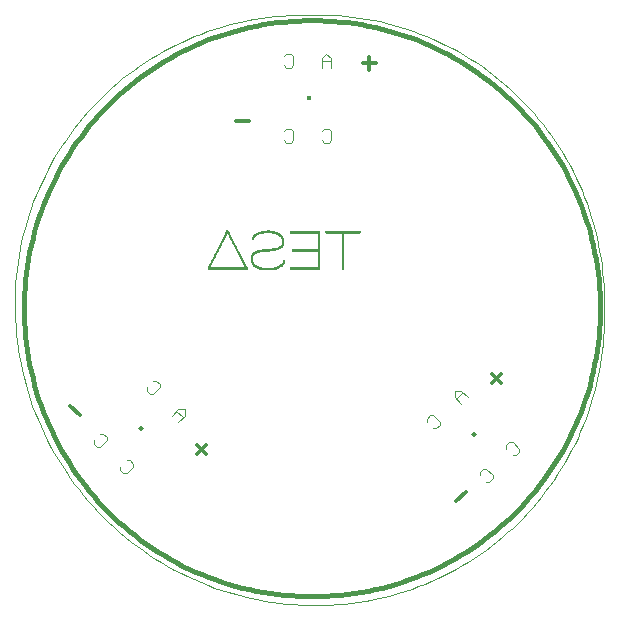
<source format=gbo>
G75*
%MOIN*%
%OFA0B0*%
%FSLAX24Y24*%
%IPPOS*%
%LPD*%
%AMOC8*
5,1,8,0,0,1.08239X$1,22.5*
%
%ADD10C,0.0000*%
%ADD11C,0.0160*%
%ADD12R,0.0290X0.0010*%
%ADD13R,0.0050X0.0010*%
%ADD14R,0.0900X0.0010*%
%ADD15R,0.0410X0.0010*%
%ADD16R,0.1310X0.0010*%
%ADD17R,0.0060X0.0010*%
%ADD18R,0.0950X0.0010*%
%ADD19R,0.0500X0.0010*%
%ADD20R,0.1330X0.0010*%
%ADD21R,0.0070X0.0010*%
%ADD22R,0.0970X0.0010*%
%ADD23R,0.0570X0.0010*%
%ADD24R,0.1350X0.0010*%
%ADD25R,0.0980X0.0010*%
%ADD26R,0.0630X0.0010*%
%ADD27R,0.0330X0.0010*%
%ADD28R,0.0040X0.0010*%
%ADD29R,0.0990X0.0010*%
%ADD30R,0.0250X0.0010*%
%ADD31R,0.0230X0.0010*%
%ADD32R,0.0210X0.0010*%
%ADD33R,0.0200X0.0010*%
%ADD34R,0.0190X0.0010*%
%ADD35R,0.0170X0.0010*%
%ADD36R,0.0080X0.0010*%
%ADD37R,0.0160X0.0010*%
%ADD38R,0.0150X0.0010*%
%ADD39R,0.0140X0.0010*%
%ADD40R,0.0130X0.0010*%
%ADD41R,0.0120X0.0010*%
%ADD42R,0.0110X0.0010*%
%ADD43R,0.0100X0.0010*%
%ADD44R,0.0090X0.0010*%
%ADD45R,0.0020X0.0010*%
%ADD46R,0.0180X0.0010*%
%ADD47R,0.0280X0.0010*%
%ADD48R,0.0940X0.0010*%
%ADD49R,0.0340X0.0010*%
%ADD50R,0.0440X0.0010*%
%ADD51R,0.0530X0.0010*%
%ADD52R,0.0540X0.0010*%
%ADD53R,0.0930X0.0010*%
%ADD54R,0.0450X0.0010*%
%ADD55R,0.0220X0.0010*%
%ADD56R,0.0010X0.0010*%
%ADD57R,0.1150X0.0010*%
%ADD58R,0.1170X0.0010*%
%ADD59R,0.0650X0.0010*%
%ADD60R,0.0610X0.0010*%
%ADD61R,0.1180X0.0010*%
%ADD62R,0.0550X0.0010*%
%ADD63R,0.0480X0.0010*%
%ADD64R,0.0400X0.0010*%
%ADD65C,0.0120*%
%ADD66C,0.0040*%
%ADD67R,0.0157X0.0157*%
%ADD68R,0.0157X0.0157*%
D10*
X000100Y010131D02*
X000100Y010160D01*
X000103Y010392D01*
X000111Y010625D01*
X000125Y010857D01*
X000144Y011088D01*
X000169Y011319D01*
X000200Y011550D01*
X000236Y011779D01*
X000278Y012008D01*
X000325Y012235D01*
X000378Y012462D01*
X000436Y012687D01*
X000500Y012910D01*
X000569Y013132D01*
X000643Y013352D01*
X000723Y013571D01*
X000808Y013787D01*
X000898Y014001D01*
X000993Y014213D01*
X001093Y014423D01*
X001199Y014630D01*
X001309Y014834D01*
X001424Y015036D01*
X001544Y015235D01*
X001669Y015431D01*
X001799Y015624D01*
X001933Y015814D01*
X002072Y016000D01*
X002215Y016183D01*
X002363Y016363D01*
X002515Y016539D01*
X002671Y016711D01*
X002831Y016879D01*
X002995Y017044D01*
X003163Y017204D01*
X003335Y017360D01*
X003511Y017513D01*
X003690Y017660D01*
X003873Y017804D01*
X004059Y017943D01*
X004249Y018077D01*
X004442Y018207D01*
X004638Y018332D01*
X004836Y018453D01*
X005038Y018568D01*
X005242Y018679D01*
X005449Y018784D01*
X005659Y018885D01*
X005871Y018980D01*
X006085Y019071D01*
X006301Y019156D01*
X006519Y019236D01*
X006739Y019310D01*
X006961Y019380D01*
X007185Y019444D01*
X007410Y019502D01*
X007636Y019555D01*
X007863Y019603D01*
X008092Y019645D01*
X008322Y019681D01*
X008552Y019712D01*
X008783Y019738D01*
X009014Y019757D01*
X009246Y019771D01*
X009479Y019780D01*
X009711Y019783D01*
X010170Y019784D01*
X010404Y019782D01*
X010638Y019774D01*
X010871Y019760D01*
X011104Y019741D01*
X011337Y019715D01*
X011569Y019685D01*
X011800Y019648D01*
X012030Y019606D01*
X012259Y019558D01*
X012487Y019505D01*
X012713Y019446D01*
X012938Y019381D01*
X013161Y019311D01*
X013382Y019236D01*
X013602Y019155D01*
X013819Y019069D01*
X014035Y018978D01*
X014248Y018881D01*
X014458Y018779D01*
X014666Y018672D01*
X014872Y018560D01*
X015074Y018443D01*
X015274Y018321D01*
X015470Y018194D01*
X015663Y018062D01*
X015854Y017926D01*
X016040Y017785D01*
X016223Y017639D01*
X016403Y017489D01*
X016579Y017335D01*
X016751Y017177D01*
X016919Y017014D01*
X017083Y016847D01*
X017243Y016676D01*
X017398Y016502D01*
X017549Y016323D01*
X017696Y016141D01*
X017839Y015956D01*
X017977Y015767D01*
X018110Y015574D01*
X018238Y015379D01*
X018362Y015180D01*
X018480Y014978D01*
X018594Y014774D01*
X018702Y014567D01*
X018806Y014357D01*
X018904Y014145D01*
X018997Y013930D01*
X019085Y013713D01*
X019168Y013495D01*
X019245Y013274D01*
X019316Y013051D01*
X019383Y012827D01*
X019443Y012601D01*
X019498Y012373D01*
X019548Y012145D01*
X019592Y011915D01*
X019630Y011684D01*
X019663Y011453D01*
X019689Y011220D01*
X019711Y010987D01*
X019726Y010754D01*
X019736Y010520D01*
X019740Y010286D01*
X019741Y010286D02*
X019743Y009754D01*
X019741Y009521D01*
X019734Y009288D01*
X019721Y009056D01*
X019702Y008823D01*
X019678Y008592D01*
X019648Y008361D01*
X019613Y008131D01*
X019572Y007901D01*
X019525Y007673D01*
X019473Y007446D01*
X019416Y007221D01*
X019353Y006996D01*
X019285Y006774D01*
X019211Y006553D01*
X019132Y006334D01*
X019047Y006117D01*
X018958Y005902D01*
X018863Y005689D01*
X018763Y005479D01*
X018658Y005271D01*
X018548Y005066D01*
X018433Y004863D01*
X018313Y004664D01*
X018189Y004467D01*
X018059Y004273D01*
X017925Y004083D01*
X017787Y003896D01*
X017644Y003712D01*
X017496Y003532D01*
X017344Y003355D01*
X017188Y003182D01*
X017028Y003013D01*
X016864Y002848D01*
X016695Y002687D01*
X016523Y002530D01*
X016348Y002378D01*
X016168Y002229D01*
X015985Y002085D01*
X015799Y001946D01*
X015609Y001811D01*
X015416Y001681D01*
X015220Y001555D01*
X015021Y001434D01*
X014819Y001318D01*
X014614Y001207D01*
X014407Y001101D01*
X014197Y001000D01*
X013985Y000904D01*
X013770Y000814D01*
X013554Y000728D01*
X013335Y000648D01*
X013114Y000573D01*
X012892Y000504D01*
X012668Y000440D01*
X012443Y000381D01*
X012216Y000328D01*
X011988Y000280D01*
X011759Y000238D01*
X011529Y000201D01*
X011299Y000170D01*
X011067Y000145D01*
X010835Y000125D01*
X010603Y000111D01*
X010370Y000103D01*
X010137Y000100D01*
X009891Y000103D01*
X009645Y000112D01*
X009399Y000127D01*
X009154Y000148D01*
X008909Y000175D01*
X008665Y000209D01*
X008422Y000248D01*
X008180Y000293D01*
X007939Y000344D01*
X007699Y000401D01*
X007461Y000463D01*
X007225Y000532D01*
X006990Y000606D01*
X006757Y000686D01*
X006526Y000772D01*
X006297Y000863D01*
X006071Y000960D01*
X005847Y001063D01*
X005626Y001171D01*
X005407Y001284D01*
X005192Y001403D01*
X004979Y001527D01*
X004769Y001656D01*
X004563Y001790D01*
X004360Y001930D01*
X004160Y002074D01*
X003964Y002223D01*
X003772Y002377D01*
X003583Y002535D01*
X003399Y002698D01*
X003218Y002866D01*
X003042Y003038D01*
X002870Y003214D01*
X002702Y003394D01*
X002539Y003579D01*
X002380Y003767D01*
X002227Y003959D01*
X002077Y004155D01*
X001933Y004355D01*
X001794Y004558D01*
X001659Y004764D01*
X001530Y004973D01*
X001406Y005186D01*
X001287Y005402D01*
X001174Y005620D01*
X001066Y005842D01*
X000963Y006065D01*
X000866Y006292D01*
X000774Y006520D01*
X000688Y006751D01*
X000608Y006984D01*
X000534Y007219D01*
X000465Y007455D01*
X000402Y007693D01*
X000345Y007933D01*
X000294Y008174D01*
X000249Y008416D01*
X000209Y008659D01*
X000176Y008903D01*
X000149Y009148D01*
X000128Y009393D01*
X000112Y009639D01*
X000103Y009885D01*
X000100Y010131D01*
D11*
X000405Y010000D02*
X000408Y010236D01*
X000417Y010471D01*
X000431Y010706D01*
X000451Y010941D01*
X000477Y011175D01*
X000509Y011409D01*
X000546Y011641D01*
X000589Y011873D01*
X000638Y012104D01*
X000693Y012333D01*
X000753Y012561D01*
X000818Y012787D01*
X000890Y013012D01*
X000966Y013234D01*
X001048Y013455D01*
X001136Y013674D01*
X001229Y013891D01*
X001327Y014105D01*
X001430Y014317D01*
X001539Y014526D01*
X001652Y014732D01*
X001771Y014936D01*
X001895Y015137D01*
X002023Y015334D01*
X002156Y015528D01*
X002294Y015719D01*
X002437Y015907D01*
X002584Y016091D01*
X002736Y016271D01*
X002892Y016448D01*
X003053Y016620D01*
X003217Y016789D01*
X003386Y016953D01*
X003558Y017114D01*
X003735Y017270D01*
X003915Y017422D01*
X004099Y017569D01*
X004287Y017712D01*
X004478Y017850D01*
X004672Y017983D01*
X004869Y018111D01*
X005070Y018235D01*
X005274Y018354D01*
X005480Y018467D01*
X005689Y018576D01*
X005901Y018679D01*
X006115Y018777D01*
X006332Y018870D01*
X006551Y018958D01*
X006772Y019040D01*
X006994Y019116D01*
X007219Y019188D01*
X007445Y019253D01*
X007673Y019313D01*
X007902Y019368D01*
X008133Y019417D01*
X008365Y019460D01*
X008597Y019497D01*
X008831Y019529D01*
X009065Y019555D01*
X009300Y019575D01*
X009535Y019589D01*
X009770Y019598D01*
X010006Y019601D01*
X010242Y019598D01*
X010477Y019589D01*
X010712Y019575D01*
X010947Y019555D01*
X011181Y019529D01*
X011415Y019497D01*
X011647Y019460D01*
X011879Y019417D01*
X012110Y019368D01*
X012339Y019313D01*
X012567Y019253D01*
X012793Y019188D01*
X013018Y019116D01*
X013240Y019040D01*
X013461Y018958D01*
X013680Y018870D01*
X013897Y018777D01*
X014111Y018679D01*
X014323Y018576D01*
X014532Y018467D01*
X014738Y018354D01*
X014942Y018235D01*
X015143Y018111D01*
X015340Y017983D01*
X015534Y017850D01*
X015725Y017712D01*
X015913Y017569D01*
X016097Y017422D01*
X016277Y017270D01*
X016454Y017114D01*
X016626Y016953D01*
X016795Y016789D01*
X016959Y016620D01*
X017120Y016448D01*
X017276Y016271D01*
X017428Y016091D01*
X017575Y015907D01*
X017718Y015719D01*
X017856Y015528D01*
X017989Y015334D01*
X018117Y015137D01*
X018241Y014936D01*
X018360Y014732D01*
X018473Y014526D01*
X018582Y014317D01*
X018685Y014105D01*
X018783Y013891D01*
X018876Y013674D01*
X018964Y013455D01*
X019046Y013234D01*
X019122Y013012D01*
X019194Y012787D01*
X019259Y012561D01*
X019319Y012333D01*
X019374Y012104D01*
X019423Y011873D01*
X019466Y011641D01*
X019503Y011409D01*
X019535Y011175D01*
X019561Y010941D01*
X019581Y010706D01*
X019595Y010471D01*
X019604Y010236D01*
X019607Y010000D01*
X019604Y009764D01*
X019595Y009529D01*
X019581Y009294D01*
X019561Y009059D01*
X019535Y008825D01*
X019503Y008591D01*
X019466Y008359D01*
X019423Y008127D01*
X019374Y007896D01*
X019319Y007667D01*
X019259Y007439D01*
X019194Y007213D01*
X019122Y006988D01*
X019046Y006766D01*
X018964Y006545D01*
X018876Y006326D01*
X018783Y006109D01*
X018685Y005895D01*
X018582Y005683D01*
X018473Y005474D01*
X018360Y005268D01*
X018241Y005064D01*
X018117Y004863D01*
X017989Y004666D01*
X017856Y004472D01*
X017718Y004281D01*
X017575Y004093D01*
X017428Y003909D01*
X017276Y003729D01*
X017120Y003552D01*
X016959Y003380D01*
X016795Y003211D01*
X016626Y003047D01*
X016454Y002886D01*
X016277Y002730D01*
X016097Y002578D01*
X015913Y002431D01*
X015725Y002288D01*
X015534Y002150D01*
X015340Y002017D01*
X015143Y001889D01*
X014942Y001765D01*
X014738Y001646D01*
X014532Y001533D01*
X014323Y001424D01*
X014111Y001321D01*
X013897Y001223D01*
X013680Y001130D01*
X013461Y001042D01*
X013240Y000960D01*
X013018Y000884D01*
X012793Y000812D01*
X012567Y000747D01*
X012339Y000687D01*
X012110Y000632D01*
X011879Y000583D01*
X011647Y000540D01*
X011415Y000503D01*
X011181Y000471D01*
X010947Y000445D01*
X010712Y000425D01*
X010477Y000411D01*
X010242Y000402D01*
X010006Y000399D01*
X009770Y000402D01*
X009535Y000411D01*
X009300Y000425D01*
X009065Y000445D01*
X008831Y000471D01*
X008597Y000503D01*
X008365Y000540D01*
X008133Y000583D01*
X007902Y000632D01*
X007673Y000687D01*
X007445Y000747D01*
X007219Y000812D01*
X006994Y000884D01*
X006772Y000960D01*
X006551Y001042D01*
X006332Y001130D01*
X006115Y001223D01*
X005901Y001321D01*
X005689Y001424D01*
X005480Y001533D01*
X005274Y001646D01*
X005070Y001765D01*
X004869Y001889D01*
X004672Y002017D01*
X004478Y002150D01*
X004287Y002288D01*
X004099Y002431D01*
X003915Y002578D01*
X003735Y002730D01*
X003558Y002886D01*
X003386Y003047D01*
X003217Y003211D01*
X003053Y003380D01*
X002892Y003552D01*
X002736Y003729D01*
X002584Y003909D01*
X002437Y004093D01*
X002294Y004281D01*
X002156Y004472D01*
X002023Y004666D01*
X001895Y004863D01*
X001771Y005064D01*
X001652Y005268D01*
X001539Y005474D01*
X001430Y005683D01*
X001327Y005895D01*
X001229Y006109D01*
X001136Y006326D01*
X001048Y006545D01*
X000966Y006766D01*
X000890Y006988D01*
X000818Y007213D01*
X000753Y007439D01*
X000693Y007667D01*
X000638Y007896D01*
X000589Y008127D01*
X000546Y008359D01*
X000509Y008591D01*
X000477Y008825D01*
X000451Y009059D01*
X000431Y009294D01*
X000417Y009529D01*
X000408Y009764D01*
X000405Y010000D01*
D12*
X008346Y011310D03*
X008346Y011310D03*
X008346Y011310D03*
X008346Y011310D03*
X008536Y011260D03*
X008536Y011260D03*
X008536Y011260D03*
X008536Y011260D03*
X008546Y012550D03*
X008546Y012550D03*
X008546Y012550D03*
X008546Y012550D03*
D13*
X008036Y012270D03*
X008036Y012270D03*
X008036Y012270D03*
X008036Y012270D03*
X009086Y011570D03*
X009086Y011570D03*
X009086Y011570D03*
X009086Y011570D03*
X011056Y011270D03*
X011056Y011270D03*
X011056Y011270D03*
X011056Y011270D03*
D14*
X009771Y011270D03*
X009771Y011270D03*
X009771Y011270D03*
X009771Y011270D03*
D15*
X008536Y011270D03*
X008536Y011270D03*
X008536Y011270D03*
X008536Y011270D03*
D16*
X007196Y011270D03*
X007196Y011270D03*
X007196Y011270D03*
X007196Y011270D03*
D17*
X008001Y011660D03*
X008001Y011660D03*
X008001Y011660D03*
X008001Y011660D03*
X008041Y012280D03*
X008041Y012280D03*
X008041Y012280D03*
X008041Y012280D03*
X008041Y012290D03*
X008041Y012290D03*
X008041Y012290D03*
X008041Y012290D03*
X007191Y012560D03*
X007191Y012560D03*
X007191Y012560D03*
X007191Y012560D03*
X009081Y011560D03*
X009081Y011560D03*
X009081Y011560D03*
X009081Y011560D03*
X010241Y012480D03*
X010241Y012480D03*
X010241Y012480D03*
X010241Y012480D03*
X011051Y011280D03*
X011051Y011280D03*
X011051Y011280D03*
X011051Y011280D03*
D18*
X009776Y011280D03*
X009776Y011280D03*
X009776Y011280D03*
X009776Y011280D03*
X009806Y011890D03*
X009806Y011890D03*
X009806Y011890D03*
X009806Y011890D03*
X009806Y011900D03*
X009806Y011900D03*
X009806Y011900D03*
X009806Y011900D03*
X009806Y011910D03*
X009806Y011910D03*
X009806Y011910D03*
X009806Y011910D03*
X009776Y012540D03*
X009776Y012540D03*
X009776Y012540D03*
X009776Y012540D03*
D19*
X008601Y011930D03*
X008601Y011930D03*
X008601Y011930D03*
X008601Y011930D03*
X008451Y011900D03*
X008451Y011900D03*
X008451Y011900D03*
X008451Y011900D03*
X008541Y011280D03*
X008541Y011280D03*
X008541Y011280D03*
X008541Y011280D03*
D20*
X007196Y011280D03*
X007196Y011280D03*
X007196Y011280D03*
X007196Y011280D03*
X007196Y011320D03*
X007196Y011320D03*
X007196Y011320D03*
X007196Y011320D03*
X007196Y011330D03*
X007196Y011330D03*
X007196Y011330D03*
X007196Y011330D03*
D21*
X006706Y011590D03*
X006706Y011590D03*
X006706Y011590D03*
X006706Y011590D03*
X006916Y012000D03*
X006916Y012000D03*
X006916Y012000D03*
X006916Y012000D03*
X007276Y012380D03*
X007276Y012380D03*
X007276Y012380D03*
X007276Y012380D03*
X007196Y012550D03*
X007196Y012550D03*
X007196Y012550D03*
X007196Y012550D03*
X008046Y012310D03*
X008046Y012310D03*
X008046Y012310D03*
X008046Y012310D03*
X008046Y012300D03*
X008046Y012300D03*
X008046Y012300D03*
X008046Y012300D03*
X008056Y012320D03*
X008056Y012320D03*
X008056Y012320D03*
X008056Y012320D03*
X008056Y012330D03*
X008056Y012330D03*
X008056Y012330D03*
X008056Y012330D03*
X008066Y012350D03*
X008066Y012350D03*
X008066Y012350D03*
X008066Y012350D03*
X008076Y012360D03*
X008076Y012360D03*
X008076Y012360D03*
X008076Y012360D03*
X008546Y012560D03*
X008546Y012560D03*
X008546Y012560D03*
X008546Y012560D03*
X009046Y012270D03*
X009046Y012270D03*
X009046Y012270D03*
X009046Y012270D03*
X009046Y012260D03*
X009046Y012260D03*
X009046Y012260D03*
X009046Y012260D03*
X009056Y012240D03*
X009056Y012240D03*
X009056Y012240D03*
X009056Y012240D03*
X009056Y012230D03*
X009056Y012230D03*
X009056Y012230D03*
X009056Y012230D03*
X009056Y012220D03*
X009056Y012220D03*
X009056Y012220D03*
X009056Y012220D03*
X009056Y012210D03*
X009056Y012210D03*
X009056Y012210D03*
X009056Y012210D03*
X009056Y012200D03*
X009056Y012200D03*
X009056Y012200D03*
X009056Y012200D03*
X009056Y012190D03*
X009056Y012190D03*
X009056Y012190D03*
X009056Y012190D03*
X009056Y012180D03*
X009056Y012180D03*
X009056Y012180D03*
X009056Y012180D03*
X009056Y012170D03*
X009056Y012170D03*
X009056Y012170D03*
X009056Y012170D03*
X009046Y012160D03*
X009046Y012160D03*
X009046Y012160D03*
X009046Y012160D03*
X009046Y012150D03*
X009046Y012150D03*
X009046Y012150D03*
X009046Y012150D03*
X009046Y012140D03*
X009046Y012140D03*
X009046Y012140D03*
X009046Y012140D03*
X009046Y012130D03*
X009046Y012130D03*
X009046Y012130D03*
X009046Y012130D03*
X009036Y012110D03*
X009036Y012110D03*
X009036Y012110D03*
X009036Y012110D03*
X009086Y011550D03*
X009086Y011550D03*
X009086Y011550D03*
X009086Y011550D03*
X009076Y011540D03*
X009076Y011540D03*
X009076Y011540D03*
X009076Y011540D03*
X009076Y011530D03*
X009076Y011530D03*
X009076Y011530D03*
X009076Y011530D03*
X009076Y011520D03*
X009076Y011520D03*
X009076Y011520D03*
X009076Y011520D03*
X009066Y011510D03*
X009066Y011510D03*
X009066Y011510D03*
X009066Y011510D03*
X008026Y011500D03*
X008026Y011500D03*
X008026Y011500D03*
X008026Y011500D03*
X008016Y011520D03*
X008016Y011520D03*
X008016Y011520D03*
X008016Y011520D03*
X008016Y011530D03*
X008016Y011530D03*
X008016Y011530D03*
X008016Y011530D03*
X008006Y011550D03*
X008006Y011550D03*
X008006Y011550D03*
X008006Y011550D03*
X008006Y011560D03*
X008006Y011560D03*
X008006Y011560D03*
X008006Y011560D03*
X008006Y011570D03*
X008006Y011570D03*
X008006Y011570D03*
X008006Y011570D03*
X007996Y011580D03*
X007996Y011580D03*
X007996Y011580D03*
X007996Y011580D03*
X007996Y011590D03*
X007996Y011590D03*
X007996Y011590D03*
X007996Y011590D03*
X007996Y011600D03*
X007996Y011600D03*
X007996Y011600D03*
X007996Y011600D03*
X007996Y011610D03*
X007996Y011610D03*
X007996Y011610D03*
X007996Y011610D03*
X007996Y011620D03*
X007996Y011620D03*
X007996Y011620D03*
X007996Y011620D03*
X007996Y011630D03*
X007996Y011630D03*
X007996Y011630D03*
X007996Y011630D03*
X007996Y011640D03*
X007996Y011640D03*
X007996Y011640D03*
X007996Y011640D03*
X007996Y011650D03*
X007996Y011650D03*
X007996Y011650D03*
X007996Y011650D03*
X008006Y011680D03*
X008006Y011680D03*
X008006Y011680D03*
X008006Y011680D03*
X008006Y011690D03*
X008006Y011690D03*
X008006Y011690D03*
X008006Y011690D03*
X008006Y011700D03*
X008006Y011700D03*
X008006Y011700D03*
X008006Y011700D03*
X008016Y011720D03*
X008016Y011720D03*
X008016Y011720D03*
X008016Y011720D03*
X010246Y011720D03*
X010246Y011720D03*
X010246Y011720D03*
X010246Y011720D03*
X010246Y011730D03*
X010246Y011730D03*
X010246Y011730D03*
X010246Y011730D03*
X010246Y011740D03*
X010246Y011740D03*
X010246Y011740D03*
X010246Y011740D03*
X010246Y011750D03*
X010246Y011750D03*
X010246Y011750D03*
X010246Y011750D03*
X010246Y011760D03*
X010246Y011760D03*
X010246Y011760D03*
X010246Y011760D03*
X010246Y011770D03*
X010246Y011770D03*
X010246Y011770D03*
X010246Y011770D03*
X010246Y011780D03*
X010246Y011780D03*
X010246Y011780D03*
X010246Y011780D03*
X010246Y011790D03*
X010246Y011790D03*
X010246Y011790D03*
X010246Y011790D03*
X010246Y011800D03*
X010246Y011800D03*
X010246Y011800D03*
X010246Y011800D03*
X010246Y011810D03*
X010246Y011810D03*
X010246Y011810D03*
X010246Y011810D03*
X010246Y011820D03*
X010246Y011820D03*
X010246Y011820D03*
X010246Y011820D03*
X010246Y011830D03*
X010246Y011830D03*
X010246Y011830D03*
X010246Y011830D03*
X010246Y011840D03*
X010246Y011840D03*
X010246Y011840D03*
X010246Y011840D03*
X010246Y011850D03*
X010246Y011850D03*
X010246Y011850D03*
X010246Y011850D03*
X010246Y011860D03*
X010246Y011860D03*
X010246Y011860D03*
X010246Y011860D03*
X010246Y011870D03*
X010246Y011870D03*
X010246Y011870D03*
X010246Y011870D03*
X010246Y011940D03*
X010246Y011940D03*
X010246Y011940D03*
X010246Y011940D03*
X010246Y011950D03*
X010246Y011950D03*
X010246Y011950D03*
X010246Y011950D03*
X010246Y011960D03*
X010246Y011960D03*
X010246Y011960D03*
X010246Y011960D03*
X010246Y011970D03*
X010246Y011970D03*
X010246Y011970D03*
X010246Y011970D03*
X010246Y011980D03*
X010246Y011980D03*
X010246Y011980D03*
X010246Y011980D03*
X010246Y011990D03*
X010246Y011990D03*
X010246Y011990D03*
X010246Y011990D03*
X010246Y012000D03*
X010246Y012000D03*
X010246Y012000D03*
X010246Y012000D03*
X010246Y012010D03*
X010246Y012010D03*
X010246Y012010D03*
X010246Y012010D03*
X010246Y012020D03*
X010246Y012020D03*
X010246Y012020D03*
X010246Y012020D03*
X010246Y012030D03*
X010246Y012030D03*
X010246Y012030D03*
X010246Y012030D03*
X010246Y012040D03*
X010246Y012040D03*
X010246Y012040D03*
X010246Y012040D03*
X010246Y012050D03*
X010246Y012050D03*
X010246Y012050D03*
X010246Y012050D03*
X010246Y012060D03*
X010246Y012060D03*
X010246Y012060D03*
X010246Y012060D03*
X010246Y012070D03*
X010246Y012070D03*
X010246Y012070D03*
X010246Y012070D03*
X010246Y012080D03*
X010246Y012080D03*
X010246Y012080D03*
X010246Y012080D03*
X010246Y012090D03*
X010246Y012090D03*
X010246Y012090D03*
X010246Y012090D03*
X010246Y012100D03*
X010246Y012100D03*
X010246Y012100D03*
X010246Y012100D03*
X010246Y012110D03*
X010246Y012110D03*
X010246Y012110D03*
X010246Y012110D03*
X010246Y012120D03*
X010246Y012120D03*
X010246Y012120D03*
X010246Y012120D03*
X010246Y012130D03*
X010246Y012130D03*
X010246Y012130D03*
X010246Y012130D03*
X010246Y012140D03*
X010246Y012140D03*
X010246Y012140D03*
X010246Y012140D03*
X010246Y012150D03*
X010246Y012150D03*
X010246Y012150D03*
X010246Y012150D03*
X010246Y012160D03*
X010246Y012160D03*
X010246Y012160D03*
X010246Y012160D03*
X010246Y012170D03*
X010246Y012170D03*
X010246Y012170D03*
X010246Y012170D03*
X010246Y012180D03*
X010246Y012180D03*
X010246Y012180D03*
X010246Y012180D03*
X010246Y012190D03*
X010246Y012190D03*
X010246Y012190D03*
X010246Y012190D03*
X010246Y012200D03*
X010246Y012200D03*
X010246Y012200D03*
X010246Y012200D03*
X010246Y012210D03*
X010246Y012210D03*
X010246Y012210D03*
X010246Y012210D03*
X010246Y012220D03*
X010246Y012220D03*
X010246Y012220D03*
X010246Y012220D03*
X010246Y012230D03*
X010246Y012230D03*
X010246Y012230D03*
X010246Y012230D03*
X010246Y012240D03*
X010246Y012240D03*
X010246Y012240D03*
X010246Y012240D03*
X010246Y012250D03*
X010246Y012250D03*
X010246Y012250D03*
X010246Y012250D03*
X010246Y012260D03*
X010246Y012260D03*
X010246Y012260D03*
X010246Y012260D03*
X010246Y012270D03*
X010246Y012270D03*
X010246Y012270D03*
X010246Y012270D03*
X010246Y012280D03*
X010246Y012280D03*
X010246Y012280D03*
X010246Y012280D03*
X010246Y012290D03*
X010246Y012290D03*
X010246Y012290D03*
X010246Y012290D03*
X010246Y012300D03*
X010246Y012300D03*
X010246Y012300D03*
X010246Y012300D03*
X010246Y012310D03*
X010246Y012310D03*
X010246Y012310D03*
X010246Y012310D03*
X010246Y012320D03*
X010246Y012320D03*
X010246Y012320D03*
X010246Y012320D03*
X010246Y012330D03*
X010246Y012330D03*
X010246Y012330D03*
X010246Y012330D03*
X010246Y012340D03*
X010246Y012340D03*
X010246Y012340D03*
X010246Y012340D03*
X010246Y012350D03*
X010246Y012350D03*
X010246Y012350D03*
X010246Y012350D03*
X010246Y012360D03*
X010246Y012360D03*
X010246Y012360D03*
X010246Y012360D03*
X010246Y012370D03*
X010246Y012370D03*
X010246Y012370D03*
X010246Y012370D03*
X010246Y012380D03*
X010246Y012380D03*
X010246Y012380D03*
X010246Y012380D03*
X010246Y012390D03*
X010246Y012390D03*
X010246Y012390D03*
X010246Y012390D03*
X010246Y012400D03*
X010246Y012400D03*
X010246Y012400D03*
X010246Y012400D03*
X010246Y012410D03*
X010246Y012410D03*
X010246Y012410D03*
X010246Y012410D03*
X010246Y012420D03*
X010246Y012420D03*
X010246Y012420D03*
X010246Y012420D03*
X010246Y012430D03*
X010246Y012430D03*
X010246Y012430D03*
X010246Y012430D03*
X010246Y012440D03*
X010246Y012440D03*
X010246Y012440D03*
X010246Y012440D03*
X010246Y012450D03*
X010246Y012450D03*
X010246Y012450D03*
X010246Y012450D03*
X010246Y012460D03*
X010246Y012460D03*
X010246Y012460D03*
X010246Y012460D03*
X010246Y012470D03*
X010246Y012470D03*
X010246Y012470D03*
X010246Y012470D03*
X010246Y011710D03*
X010246Y011710D03*
X010246Y011710D03*
X010246Y011710D03*
X010246Y011700D03*
X010246Y011700D03*
X010246Y011700D03*
X010246Y011700D03*
X010246Y011690D03*
X010246Y011690D03*
X010246Y011690D03*
X010246Y011690D03*
X010246Y011680D03*
X010246Y011680D03*
X010246Y011680D03*
X010246Y011680D03*
X010246Y011670D03*
X010246Y011670D03*
X010246Y011670D03*
X010246Y011670D03*
X010246Y011660D03*
X010246Y011660D03*
X010246Y011660D03*
X010246Y011660D03*
X010246Y011650D03*
X010246Y011650D03*
X010246Y011650D03*
X010246Y011650D03*
X010246Y011640D03*
X010246Y011640D03*
X010246Y011640D03*
X010246Y011640D03*
X010246Y011630D03*
X010246Y011630D03*
X010246Y011630D03*
X010246Y011630D03*
X010246Y011620D03*
X010246Y011620D03*
X010246Y011620D03*
X010246Y011620D03*
X010246Y011610D03*
X010246Y011610D03*
X010246Y011610D03*
X010246Y011610D03*
X010246Y011600D03*
X010246Y011600D03*
X010246Y011600D03*
X010246Y011600D03*
X010246Y011590D03*
X010246Y011590D03*
X010246Y011590D03*
X010246Y011590D03*
X010246Y011580D03*
X010246Y011580D03*
X010246Y011580D03*
X010246Y011580D03*
X010246Y011570D03*
X010246Y011570D03*
X010246Y011570D03*
X010246Y011570D03*
X010246Y011560D03*
X010246Y011560D03*
X010246Y011560D03*
X010246Y011560D03*
X010246Y011550D03*
X010246Y011550D03*
X010246Y011550D03*
X010246Y011550D03*
X010246Y011540D03*
X010246Y011540D03*
X010246Y011540D03*
X010246Y011540D03*
X010246Y011530D03*
X010246Y011530D03*
X010246Y011530D03*
X010246Y011530D03*
X010246Y011520D03*
X010246Y011520D03*
X010246Y011520D03*
X010246Y011520D03*
X010246Y011510D03*
X010246Y011510D03*
X010246Y011510D03*
X010246Y011510D03*
X010246Y011500D03*
X010246Y011500D03*
X010246Y011500D03*
X010246Y011500D03*
X010246Y011490D03*
X010246Y011490D03*
X010246Y011490D03*
X010246Y011490D03*
X010246Y011480D03*
X010246Y011480D03*
X010246Y011480D03*
X010246Y011480D03*
X010246Y011470D03*
X010246Y011470D03*
X010246Y011470D03*
X010246Y011470D03*
X010246Y011460D03*
X010246Y011460D03*
X010246Y011460D03*
X010246Y011460D03*
X010246Y011450D03*
X010246Y011450D03*
X010246Y011450D03*
X010246Y011450D03*
X010246Y011440D03*
X010246Y011440D03*
X010246Y011440D03*
X010246Y011440D03*
X010246Y011430D03*
X010246Y011430D03*
X010246Y011430D03*
X010246Y011430D03*
X010246Y011420D03*
X010246Y011420D03*
X010246Y011420D03*
X010246Y011420D03*
X010246Y011410D03*
X010246Y011410D03*
X010246Y011410D03*
X010246Y011410D03*
X010246Y011400D03*
X010246Y011400D03*
X010246Y011400D03*
X010246Y011400D03*
X010246Y011390D03*
X010246Y011390D03*
X010246Y011390D03*
X010246Y011390D03*
X010246Y011380D03*
X010246Y011380D03*
X010246Y011380D03*
X010246Y011380D03*
X010246Y011370D03*
X010246Y011370D03*
X010246Y011370D03*
X010246Y011370D03*
X010246Y011360D03*
X010246Y011360D03*
X010246Y011360D03*
X010246Y011360D03*
X010246Y011350D03*
X010246Y011350D03*
X010246Y011350D03*
X010246Y011350D03*
X010246Y011340D03*
X010246Y011340D03*
X010246Y011340D03*
X010246Y011340D03*
X011056Y011340D03*
X011056Y011340D03*
X011056Y011340D03*
X011056Y011340D03*
X011056Y011350D03*
X011056Y011350D03*
X011056Y011350D03*
X011056Y011350D03*
X011056Y011360D03*
X011056Y011360D03*
X011056Y011360D03*
X011056Y011360D03*
X011056Y011370D03*
X011056Y011370D03*
X011056Y011370D03*
X011056Y011370D03*
X011056Y011380D03*
X011056Y011380D03*
X011056Y011380D03*
X011056Y011380D03*
X011056Y011390D03*
X011056Y011390D03*
X011056Y011390D03*
X011056Y011390D03*
X011056Y011400D03*
X011056Y011400D03*
X011056Y011400D03*
X011056Y011400D03*
X011056Y011410D03*
X011056Y011410D03*
X011056Y011410D03*
X011056Y011410D03*
X011056Y011420D03*
X011056Y011420D03*
X011056Y011420D03*
X011056Y011420D03*
X011056Y011430D03*
X011056Y011430D03*
X011056Y011430D03*
X011056Y011430D03*
X011056Y011440D03*
X011056Y011440D03*
X011056Y011440D03*
X011056Y011440D03*
X011056Y011450D03*
X011056Y011450D03*
X011056Y011450D03*
X011056Y011450D03*
X011056Y011460D03*
X011056Y011460D03*
X011056Y011460D03*
X011056Y011460D03*
X011056Y011470D03*
X011056Y011470D03*
X011056Y011470D03*
X011056Y011470D03*
X011056Y011480D03*
X011056Y011480D03*
X011056Y011480D03*
X011056Y011480D03*
X011056Y011490D03*
X011056Y011490D03*
X011056Y011490D03*
X011056Y011490D03*
X011056Y011500D03*
X011056Y011500D03*
X011056Y011500D03*
X011056Y011500D03*
X011056Y011510D03*
X011056Y011510D03*
X011056Y011510D03*
X011056Y011510D03*
X011056Y011520D03*
X011056Y011520D03*
X011056Y011520D03*
X011056Y011520D03*
X011056Y011530D03*
X011056Y011530D03*
X011056Y011530D03*
X011056Y011530D03*
X011056Y011540D03*
X011056Y011540D03*
X011056Y011540D03*
X011056Y011540D03*
X011056Y011550D03*
X011056Y011550D03*
X011056Y011550D03*
X011056Y011550D03*
X011056Y011560D03*
X011056Y011560D03*
X011056Y011560D03*
X011056Y011560D03*
X011056Y011570D03*
X011056Y011570D03*
X011056Y011570D03*
X011056Y011570D03*
X011056Y011580D03*
X011056Y011580D03*
X011056Y011580D03*
X011056Y011580D03*
X011056Y011590D03*
X011056Y011590D03*
X011056Y011590D03*
X011056Y011590D03*
X011056Y011600D03*
X011056Y011600D03*
X011056Y011600D03*
X011056Y011600D03*
X011056Y011610D03*
X011056Y011610D03*
X011056Y011610D03*
X011056Y011610D03*
X011056Y011620D03*
X011056Y011620D03*
X011056Y011620D03*
X011056Y011620D03*
X011056Y011630D03*
X011056Y011630D03*
X011056Y011630D03*
X011056Y011630D03*
X011056Y011640D03*
X011056Y011640D03*
X011056Y011640D03*
X011056Y011640D03*
X011056Y011650D03*
X011056Y011650D03*
X011056Y011650D03*
X011056Y011650D03*
X011056Y011660D03*
X011056Y011660D03*
X011056Y011660D03*
X011056Y011660D03*
X011056Y011670D03*
X011056Y011670D03*
X011056Y011670D03*
X011056Y011670D03*
X011056Y011680D03*
X011056Y011680D03*
X011056Y011680D03*
X011056Y011680D03*
X011056Y011690D03*
X011056Y011690D03*
X011056Y011690D03*
X011056Y011690D03*
X011056Y011700D03*
X011056Y011700D03*
X011056Y011700D03*
X011056Y011700D03*
X011056Y011710D03*
X011056Y011710D03*
X011056Y011710D03*
X011056Y011710D03*
X011056Y011720D03*
X011056Y011720D03*
X011056Y011720D03*
X011056Y011720D03*
X011056Y011730D03*
X011056Y011730D03*
X011056Y011730D03*
X011056Y011730D03*
X011056Y011740D03*
X011056Y011740D03*
X011056Y011740D03*
X011056Y011740D03*
X011056Y011750D03*
X011056Y011750D03*
X011056Y011750D03*
X011056Y011750D03*
X011056Y011760D03*
X011056Y011760D03*
X011056Y011760D03*
X011056Y011760D03*
X011056Y011770D03*
X011056Y011770D03*
X011056Y011770D03*
X011056Y011770D03*
X011056Y011780D03*
X011056Y011780D03*
X011056Y011780D03*
X011056Y011780D03*
X011056Y011790D03*
X011056Y011790D03*
X011056Y011790D03*
X011056Y011790D03*
X011056Y011800D03*
X011056Y011800D03*
X011056Y011800D03*
X011056Y011800D03*
X011056Y011810D03*
X011056Y011810D03*
X011056Y011810D03*
X011056Y011810D03*
X011056Y011820D03*
X011056Y011820D03*
X011056Y011820D03*
X011056Y011820D03*
X011056Y011830D03*
X011056Y011830D03*
X011056Y011830D03*
X011056Y011830D03*
X011056Y011840D03*
X011056Y011840D03*
X011056Y011840D03*
X011056Y011840D03*
X011056Y011850D03*
X011056Y011850D03*
X011056Y011850D03*
X011056Y011850D03*
X011056Y011860D03*
X011056Y011860D03*
X011056Y011860D03*
X011056Y011860D03*
X011056Y011870D03*
X011056Y011870D03*
X011056Y011870D03*
X011056Y011870D03*
X011056Y011880D03*
X011056Y011880D03*
X011056Y011880D03*
X011056Y011880D03*
X011056Y011890D03*
X011056Y011890D03*
X011056Y011890D03*
X011056Y011890D03*
X011056Y011900D03*
X011056Y011900D03*
X011056Y011900D03*
X011056Y011900D03*
X011056Y011910D03*
X011056Y011910D03*
X011056Y011910D03*
X011056Y011910D03*
X011056Y011920D03*
X011056Y011920D03*
X011056Y011920D03*
X011056Y011920D03*
X011056Y011930D03*
X011056Y011930D03*
X011056Y011930D03*
X011056Y011930D03*
X011056Y011940D03*
X011056Y011940D03*
X011056Y011940D03*
X011056Y011940D03*
X011056Y011950D03*
X011056Y011950D03*
X011056Y011950D03*
X011056Y011950D03*
X011056Y011960D03*
X011056Y011960D03*
X011056Y011960D03*
X011056Y011960D03*
X011056Y011970D03*
X011056Y011970D03*
X011056Y011970D03*
X011056Y011970D03*
X011056Y011980D03*
X011056Y011980D03*
X011056Y011980D03*
X011056Y011980D03*
X011056Y011990D03*
X011056Y011990D03*
X011056Y011990D03*
X011056Y011990D03*
X011056Y012000D03*
X011056Y012000D03*
X011056Y012000D03*
X011056Y012000D03*
X011056Y012010D03*
X011056Y012010D03*
X011056Y012010D03*
X011056Y012010D03*
X011056Y012020D03*
X011056Y012020D03*
X011056Y012020D03*
X011056Y012020D03*
X011056Y012030D03*
X011056Y012030D03*
X011056Y012030D03*
X011056Y012030D03*
X011056Y012040D03*
X011056Y012040D03*
X011056Y012040D03*
X011056Y012040D03*
X011056Y012050D03*
X011056Y012050D03*
X011056Y012050D03*
X011056Y012050D03*
X011056Y012060D03*
X011056Y012060D03*
X011056Y012060D03*
X011056Y012060D03*
X011056Y012070D03*
X011056Y012070D03*
X011056Y012070D03*
X011056Y012070D03*
X011056Y012080D03*
X011056Y012080D03*
X011056Y012080D03*
X011056Y012080D03*
X011056Y012090D03*
X011056Y012090D03*
X011056Y012090D03*
X011056Y012090D03*
X011056Y012100D03*
X011056Y012100D03*
X011056Y012100D03*
X011056Y012100D03*
X011056Y012110D03*
X011056Y012110D03*
X011056Y012110D03*
X011056Y012110D03*
X011056Y012120D03*
X011056Y012120D03*
X011056Y012120D03*
X011056Y012120D03*
X011056Y012130D03*
X011056Y012130D03*
X011056Y012130D03*
X011056Y012130D03*
X011056Y012140D03*
X011056Y012140D03*
X011056Y012140D03*
X011056Y012140D03*
X011056Y012150D03*
X011056Y012150D03*
X011056Y012150D03*
X011056Y012150D03*
X011056Y012160D03*
X011056Y012160D03*
X011056Y012160D03*
X011056Y012160D03*
X011056Y012170D03*
X011056Y012170D03*
X011056Y012170D03*
X011056Y012170D03*
X011056Y012180D03*
X011056Y012180D03*
X011056Y012180D03*
X011056Y012180D03*
X011056Y012190D03*
X011056Y012190D03*
X011056Y012190D03*
X011056Y012190D03*
X011056Y012200D03*
X011056Y012200D03*
X011056Y012200D03*
X011056Y012200D03*
X011056Y012210D03*
X011056Y012210D03*
X011056Y012210D03*
X011056Y012210D03*
X011056Y012220D03*
X011056Y012220D03*
X011056Y012220D03*
X011056Y012220D03*
X011056Y012230D03*
X011056Y012230D03*
X011056Y012230D03*
X011056Y012230D03*
X011056Y012240D03*
X011056Y012240D03*
X011056Y012240D03*
X011056Y012240D03*
X011056Y012250D03*
X011056Y012250D03*
X011056Y012250D03*
X011056Y012250D03*
X011056Y012260D03*
X011056Y012260D03*
X011056Y012260D03*
X011056Y012260D03*
X011056Y012270D03*
X011056Y012270D03*
X011056Y012270D03*
X011056Y012270D03*
X011056Y012280D03*
X011056Y012280D03*
X011056Y012280D03*
X011056Y012280D03*
X011056Y012290D03*
X011056Y012290D03*
X011056Y012290D03*
X011056Y012290D03*
X011056Y012300D03*
X011056Y012300D03*
X011056Y012300D03*
X011056Y012300D03*
X011056Y012310D03*
X011056Y012310D03*
X011056Y012310D03*
X011056Y012310D03*
X011056Y012320D03*
X011056Y012320D03*
X011056Y012320D03*
X011056Y012320D03*
X011056Y012330D03*
X011056Y012330D03*
X011056Y012330D03*
X011056Y012330D03*
X011056Y012340D03*
X011056Y012340D03*
X011056Y012340D03*
X011056Y012340D03*
X011056Y012350D03*
X011056Y012350D03*
X011056Y012350D03*
X011056Y012350D03*
X011056Y012360D03*
X011056Y012360D03*
X011056Y012360D03*
X011056Y012360D03*
X011056Y012370D03*
X011056Y012370D03*
X011056Y012370D03*
X011056Y012370D03*
X011056Y012380D03*
X011056Y012380D03*
X011056Y012380D03*
X011056Y012380D03*
X011056Y012390D03*
X011056Y012390D03*
X011056Y012390D03*
X011056Y012390D03*
X011056Y012400D03*
X011056Y012400D03*
X011056Y012400D03*
X011056Y012400D03*
X011056Y012410D03*
X011056Y012410D03*
X011056Y012410D03*
X011056Y012410D03*
X011056Y012420D03*
X011056Y012420D03*
X011056Y012420D03*
X011056Y012420D03*
X011056Y012430D03*
X011056Y012430D03*
X011056Y012430D03*
X011056Y012430D03*
X011056Y012440D03*
X011056Y012440D03*
X011056Y012440D03*
X011056Y012440D03*
X011056Y012450D03*
X011056Y012450D03*
X011056Y012450D03*
X011056Y012450D03*
X011056Y012460D03*
X011056Y012460D03*
X011056Y012460D03*
X011056Y012460D03*
X011056Y012470D03*
X011056Y012470D03*
X011056Y012470D03*
X011056Y012470D03*
X011056Y012480D03*
X011056Y012480D03*
X011056Y012480D03*
X011056Y012480D03*
X011056Y011330D03*
X011056Y011330D03*
X011056Y011330D03*
X011056Y011330D03*
X011056Y011320D03*
X011056Y011320D03*
X011056Y011320D03*
X011056Y011320D03*
X011056Y011310D03*
X011056Y011310D03*
X011056Y011310D03*
X011056Y011310D03*
X011056Y011300D03*
X011056Y011300D03*
X011056Y011300D03*
X011056Y011300D03*
X011056Y011290D03*
X011056Y011290D03*
X011056Y011290D03*
X011056Y011290D03*
D22*
X009776Y011290D03*
X009776Y011290D03*
X009776Y011290D03*
X009776Y011290D03*
X009776Y012530D03*
X009776Y012530D03*
X009776Y012530D03*
X009776Y012530D03*
D23*
X008536Y011290D03*
X008536Y011290D03*
X008536Y011290D03*
X008536Y011290D03*
D24*
X007196Y011290D03*
X007196Y011290D03*
X007196Y011290D03*
X007196Y011290D03*
X007196Y011300D03*
X007196Y011300D03*
X007196Y011300D03*
X007196Y011300D03*
X007196Y011310D03*
X007196Y011310D03*
X007196Y011310D03*
X007196Y011310D03*
D25*
X009781Y011310D03*
X009781Y011310D03*
X009781Y011310D03*
X009781Y011310D03*
X009781Y011300D03*
X009781Y011300D03*
X009781Y011300D03*
X009781Y011300D03*
X009791Y011330D03*
X009791Y011330D03*
X009791Y011330D03*
X009791Y011330D03*
X009791Y012490D03*
X009791Y012490D03*
X009791Y012490D03*
X009791Y012490D03*
X009781Y012510D03*
X009781Y012510D03*
X009781Y012510D03*
X009781Y012510D03*
X009781Y012520D03*
X009781Y012520D03*
X009781Y012520D03*
X009781Y012520D03*
D26*
X008536Y011300D03*
X008536Y011300D03*
X008536Y011300D03*
X008536Y011300D03*
D27*
X008716Y011310D03*
X008716Y011310D03*
X008716Y011310D03*
X008716Y011310D03*
D28*
X008521Y011310D03*
X008521Y011310D03*
X008521Y011310D03*
X008521Y011310D03*
X007191Y012570D03*
X007191Y012570D03*
X007191Y012570D03*
X007191Y012570D03*
D29*
X009786Y012500D03*
X009786Y012500D03*
X009786Y012500D03*
X009786Y012500D03*
X009786Y011320D03*
X009786Y011320D03*
X009786Y011320D03*
X009786Y011320D03*
D30*
X008786Y011320D03*
X008786Y011320D03*
X008786Y011320D03*
X008786Y011320D03*
D31*
X008286Y011320D03*
X008286Y011320D03*
X008286Y011320D03*
X008286Y011320D03*
X008306Y012490D03*
X008306Y012490D03*
X008306Y012490D03*
X008306Y012490D03*
X008776Y012490D03*
X008776Y012490D03*
X008776Y012490D03*
X008776Y012490D03*
D32*
X008206Y011860D03*
X008206Y011860D03*
X008206Y011860D03*
X008206Y011860D03*
X008826Y011330D03*
X008826Y011330D03*
X008826Y011330D03*
X008826Y011330D03*
D33*
X008251Y011330D03*
X008251Y011330D03*
X008251Y011330D03*
X008251Y011330D03*
X008811Y012480D03*
X008811Y012480D03*
X008811Y012480D03*
X008811Y012480D03*
D34*
X008876Y011980D03*
X008876Y011980D03*
X008876Y011980D03*
X008876Y011980D03*
X008856Y011340D03*
X008856Y011340D03*
X008856Y011340D03*
X008856Y011340D03*
D35*
X008216Y011340D03*
X008216Y011340D03*
X008216Y011340D03*
X008216Y011340D03*
X008836Y012470D03*
X008836Y012470D03*
X008836Y012470D03*
X008836Y012470D03*
D36*
X009021Y012330D03*
X009021Y012330D03*
X009021Y012330D03*
X009021Y012330D03*
X009021Y012320D03*
X009021Y012320D03*
X009021Y012320D03*
X009021Y012320D03*
X009031Y012310D03*
X009031Y012310D03*
X009031Y012310D03*
X009031Y012310D03*
X009031Y012300D03*
X009031Y012300D03*
X009031Y012300D03*
X009031Y012300D03*
X009041Y012290D03*
X009041Y012290D03*
X009041Y012290D03*
X009041Y012290D03*
X009041Y012280D03*
X009041Y012280D03*
X009041Y012280D03*
X009041Y012280D03*
X009051Y012250D03*
X009051Y012250D03*
X009051Y012250D03*
X009051Y012250D03*
X009041Y012120D03*
X009041Y012120D03*
X009041Y012120D03*
X009041Y012120D03*
X009031Y012100D03*
X009031Y012100D03*
X009031Y012100D03*
X009031Y012100D03*
X009021Y012080D03*
X009021Y012080D03*
X009021Y012080D03*
X009021Y012080D03*
X009061Y011500D03*
X009061Y011500D03*
X009061Y011500D03*
X009061Y011500D03*
X009061Y011490D03*
X009061Y011490D03*
X009061Y011490D03*
X009061Y011490D03*
X009051Y011480D03*
X009051Y011480D03*
X009051Y011480D03*
X009051Y011480D03*
X009041Y011470D03*
X009041Y011470D03*
X009041Y011470D03*
X009041Y011470D03*
X008051Y011460D03*
X008051Y011460D03*
X008051Y011460D03*
X008051Y011460D03*
X008041Y011470D03*
X008041Y011470D03*
X008041Y011470D03*
X008041Y011470D03*
X008041Y011480D03*
X008041Y011480D03*
X008041Y011480D03*
X008041Y011480D03*
X008031Y011490D03*
X008031Y011490D03*
X008031Y011490D03*
X008031Y011490D03*
X008021Y011510D03*
X008021Y011510D03*
X008021Y011510D03*
X008021Y011510D03*
X008011Y011540D03*
X008011Y011540D03*
X008011Y011540D03*
X008011Y011540D03*
X008001Y011670D03*
X008001Y011670D03*
X008001Y011670D03*
X008001Y011670D03*
X008011Y011710D03*
X008011Y011710D03*
X008011Y011710D03*
X008011Y011710D03*
X008021Y011730D03*
X008021Y011730D03*
X008021Y011730D03*
X008021Y011730D03*
X008021Y011740D03*
X008021Y011740D03*
X008021Y011740D03*
X008021Y011740D03*
X008031Y011750D03*
X008031Y011750D03*
X008031Y011750D03*
X008031Y011750D03*
X007691Y011580D03*
X007691Y011580D03*
X007691Y011580D03*
X007691Y011580D03*
X007691Y011570D03*
X007691Y011570D03*
X007691Y011570D03*
X007691Y011570D03*
X007701Y011560D03*
X007701Y011560D03*
X007701Y011560D03*
X007701Y011560D03*
X007701Y011550D03*
X007701Y011550D03*
X007701Y011550D03*
X007701Y011550D03*
X007711Y011540D03*
X007711Y011540D03*
X007711Y011540D03*
X007711Y011540D03*
X007711Y011530D03*
X007711Y011530D03*
X007711Y011530D03*
X007711Y011530D03*
X007721Y011520D03*
X007721Y011520D03*
X007721Y011520D03*
X007721Y011520D03*
X007721Y011510D03*
X007721Y011510D03*
X007721Y011510D03*
X007721Y011510D03*
X007731Y011500D03*
X007731Y011500D03*
X007731Y011500D03*
X007731Y011500D03*
X007741Y011490D03*
X007741Y011490D03*
X007741Y011490D03*
X007741Y011490D03*
X007741Y011480D03*
X007741Y011480D03*
X007741Y011480D03*
X007741Y011480D03*
X007751Y011470D03*
X007751Y011470D03*
X007751Y011470D03*
X007751Y011470D03*
X007751Y011460D03*
X007751Y011460D03*
X007751Y011460D03*
X007751Y011460D03*
X007761Y011440D03*
X007761Y011440D03*
X007761Y011440D03*
X007761Y011440D03*
X007771Y011430D03*
X007771Y011430D03*
X007771Y011430D03*
X007771Y011430D03*
X007771Y011420D03*
X007771Y011420D03*
X007771Y011420D03*
X007771Y011420D03*
X007781Y011410D03*
X007781Y011410D03*
X007781Y011410D03*
X007781Y011410D03*
X007781Y011400D03*
X007781Y011400D03*
X007781Y011400D03*
X007781Y011400D03*
X007791Y011390D03*
X007791Y011390D03*
X007791Y011390D03*
X007791Y011390D03*
X007791Y011380D03*
X007791Y011380D03*
X007791Y011380D03*
X007791Y011380D03*
X007801Y011370D03*
X007801Y011370D03*
X007801Y011370D03*
X007801Y011370D03*
X007801Y011360D03*
X007801Y011360D03*
X007801Y011360D03*
X007801Y011360D03*
X007811Y011350D03*
X007811Y011350D03*
X007811Y011350D03*
X007811Y011350D03*
X007811Y011340D03*
X007811Y011340D03*
X007811Y011340D03*
X007811Y011340D03*
X007681Y011590D03*
X007681Y011590D03*
X007681Y011590D03*
X007681Y011590D03*
X007681Y011600D03*
X007681Y011600D03*
X007681Y011600D03*
X007681Y011600D03*
X007671Y011610D03*
X007671Y011610D03*
X007671Y011610D03*
X007671Y011610D03*
X007671Y011620D03*
X007671Y011620D03*
X007671Y011620D03*
X007671Y011620D03*
X007661Y011630D03*
X007661Y011630D03*
X007661Y011630D03*
X007661Y011630D03*
X007661Y011630D03*
X007661Y011630D03*
X007661Y011630D03*
X007661Y011630D03*
X007661Y011640D03*
X007661Y011640D03*
X007661Y011640D03*
X007661Y011640D03*
X007651Y011650D03*
X007651Y011650D03*
X007651Y011650D03*
X007651Y011650D03*
X007651Y011660D03*
X007651Y011660D03*
X007651Y011660D03*
X007651Y011660D03*
X007641Y011670D03*
X007641Y011670D03*
X007641Y011670D03*
X007641Y011670D03*
X007641Y011680D03*
X007641Y011680D03*
X007641Y011680D03*
X007641Y011680D03*
X007631Y011690D03*
X007631Y011690D03*
X007631Y011690D03*
X007631Y011690D03*
X007631Y011700D03*
X007631Y011700D03*
X007631Y011700D03*
X007631Y011700D03*
X007621Y011710D03*
X007621Y011710D03*
X007621Y011710D03*
X007621Y011710D03*
X007621Y011720D03*
X007621Y011720D03*
X007621Y011720D03*
X007621Y011720D03*
X007611Y011730D03*
X007611Y011730D03*
X007611Y011730D03*
X007611Y011730D03*
X007611Y011740D03*
X007611Y011740D03*
X007611Y011740D03*
X007611Y011740D03*
X007601Y011750D03*
X007601Y011750D03*
X007601Y011750D03*
X007601Y011750D03*
X007601Y011760D03*
X007601Y011760D03*
X007601Y011760D03*
X007601Y011760D03*
X007591Y011770D03*
X007591Y011770D03*
X007591Y011770D03*
X007591Y011770D03*
X007581Y011790D03*
X007581Y011790D03*
X007581Y011790D03*
X007581Y011790D03*
X007571Y011810D03*
X007571Y011810D03*
X007571Y011810D03*
X007571Y011810D03*
X007561Y011830D03*
X007561Y011830D03*
X007561Y011830D03*
X007561Y011830D03*
X007551Y011840D03*
X007551Y011840D03*
X007551Y011840D03*
X007551Y011840D03*
X007551Y011850D03*
X007551Y011850D03*
X007551Y011850D03*
X007551Y011850D03*
X007541Y011860D03*
X007541Y011860D03*
X007541Y011860D03*
X007541Y011860D03*
X007541Y011870D03*
X007541Y011870D03*
X007541Y011870D03*
X007541Y011870D03*
X007531Y011880D03*
X007531Y011880D03*
X007531Y011880D03*
X007531Y011880D03*
X007531Y011890D03*
X007531Y011890D03*
X007531Y011890D03*
X007531Y011890D03*
X007521Y011900D03*
X007521Y011900D03*
X007521Y011900D03*
X007521Y011900D03*
X007521Y011910D03*
X007521Y011910D03*
X007521Y011910D03*
X007521Y011910D03*
X007511Y011920D03*
X007511Y011920D03*
X007511Y011920D03*
X007511Y011920D03*
X007511Y011930D03*
X007511Y011930D03*
X007511Y011930D03*
X007511Y011930D03*
X007501Y011940D03*
X007501Y011940D03*
X007501Y011940D03*
X007501Y011940D03*
X007501Y011950D03*
X007501Y011950D03*
X007501Y011950D03*
X007501Y011950D03*
X007491Y011960D03*
X007491Y011960D03*
X007491Y011960D03*
X007491Y011960D03*
X007491Y011970D03*
X007491Y011970D03*
X007491Y011970D03*
X007491Y011970D03*
X007481Y011980D03*
X007481Y011980D03*
X007481Y011980D03*
X007481Y011980D03*
X007481Y011990D03*
X007481Y011990D03*
X007481Y011990D03*
X007481Y011990D03*
X007471Y012000D03*
X007471Y012000D03*
X007471Y012000D03*
X007471Y012000D03*
X007471Y012010D03*
X007471Y012010D03*
X007471Y012010D03*
X007471Y012010D03*
X007461Y012020D03*
X007461Y012020D03*
X007461Y012020D03*
X007461Y012020D03*
X007461Y012030D03*
X007461Y012030D03*
X007461Y012030D03*
X007461Y012030D03*
X007451Y012040D03*
X007451Y012040D03*
X007451Y012040D03*
X007451Y012040D03*
X007451Y012050D03*
X007451Y012050D03*
X007451Y012050D03*
X007451Y012050D03*
X007441Y012060D03*
X007441Y012060D03*
X007441Y012060D03*
X007441Y012060D03*
X007441Y012070D03*
X007441Y012070D03*
X007441Y012070D03*
X007441Y012070D03*
X007431Y012080D03*
X007431Y012080D03*
X007431Y012080D03*
X007431Y012080D03*
X007421Y012100D03*
X007421Y012100D03*
X007421Y012100D03*
X007421Y012100D03*
X007411Y012120D03*
X007411Y012120D03*
X007411Y012120D03*
X007411Y012120D03*
X007401Y012140D03*
X007401Y012140D03*
X007401Y012140D03*
X007401Y012140D03*
X007391Y012150D03*
X007391Y012150D03*
X007391Y012150D03*
X007391Y012150D03*
X007391Y012160D03*
X007391Y012160D03*
X007391Y012160D03*
X007391Y012160D03*
X007381Y012170D03*
X007381Y012170D03*
X007381Y012170D03*
X007381Y012170D03*
X007381Y012180D03*
X007381Y012180D03*
X007381Y012180D03*
X007381Y012180D03*
X007371Y012190D03*
X007371Y012190D03*
X007371Y012190D03*
X007371Y012190D03*
X007371Y012200D03*
X007371Y012200D03*
X007371Y012200D03*
X007371Y012200D03*
X007361Y012210D03*
X007361Y012210D03*
X007361Y012210D03*
X007361Y012210D03*
X007361Y012220D03*
X007361Y012220D03*
X007361Y012220D03*
X007361Y012220D03*
X007351Y012230D03*
X007351Y012230D03*
X007351Y012230D03*
X007351Y012230D03*
X007351Y012240D03*
X007351Y012240D03*
X007351Y012240D03*
X007351Y012240D03*
X007341Y012250D03*
X007341Y012250D03*
X007341Y012250D03*
X007341Y012250D03*
X007341Y012260D03*
X007341Y012260D03*
X007341Y012260D03*
X007341Y012260D03*
X007331Y012270D03*
X007331Y012270D03*
X007331Y012270D03*
X007331Y012270D03*
X007331Y012280D03*
X007331Y012280D03*
X007331Y012280D03*
X007331Y012280D03*
X007321Y012290D03*
X007321Y012290D03*
X007321Y012290D03*
X007321Y012290D03*
X007321Y012300D03*
X007321Y012300D03*
X007321Y012300D03*
X007321Y012300D03*
X007311Y012310D03*
X007311Y012310D03*
X007311Y012310D03*
X007311Y012310D03*
X007311Y012320D03*
X007311Y012320D03*
X007311Y012320D03*
X007311Y012320D03*
X007301Y012330D03*
X007301Y012330D03*
X007301Y012330D03*
X007301Y012330D03*
X007301Y012340D03*
X007301Y012340D03*
X007301Y012340D03*
X007301Y012340D03*
X007291Y012350D03*
X007291Y012350D03*
X007291Y012350D03*
X007291Y012350D03*
X007291Y012360D03*
X007291Y012360D03*
X007291Y012360D03*
X007291Y012360D03*
X007281Y012370D03*
X007281Y012370D03*
X007281Y012370D03*
X007281Y012370D03*
X007271Y012390D03*
X007271Y012390D03*
X007271Y012390D03*
X007271Y012390D03*
X007261Y012410D03*
X007261Y012410D03*
X007261Y012410D03*
X007261Y012410D03*
X007261Y012420D03*
X007261Y012420D03*
X007261Y012420D03*
X007261Y012420D03*
X007251Y012430D03*
X007251Y012430D03*
X007251Y012430D03*
X007251Y012430D03*
X007241Y012450D03*
X007241Y012450D03*
X007241Y012450D03*
X007241Y012450D03*
X007151Y012450D03*
X007151Y012450D03*
X007151Y012450D03*
X007151Y012450D03*
X007141Y012440D03*
X007141Y012440D03*
X007141Y012440D03*
X007141Y012440D03*
X007141Y012430D03*
X007141Y012430D03*
X007141Y012430D03*
X007141Y012430D03*
X007131Y012420D03*
X007131Y012420D03*
X007131Y012420D03*
X007131Y012420D03*
X007131Y012410D03*
X007131Y012410D03*
X007131Y012410D03*
X007131Y012410D03*
X007121Y012400D03*
X007121Y012400D03*
X007121Y012400D03*
X007121Y012400D03*
X007121Y012390D03*
X007121Y012390D03*
X007121Y012390D03*
X007121Y012390D03*
X007111Y012380D03*
X007111Y012380D03*
X007111Y012380D03*
X007111Y012380D03*
X007111Y012370D03*
X007111Y012370D03*
X007111Y012370D03*
X007111Y012370D03*
X007101Y012360D03*
X007101Y012360D03*
X007101Y012360D03*
X007101Y012360D03*
X007101Y012350D03*
X007101Y012350D03*
X007101Y012350D03*
X007101Y012350D03*
X007091Y012340D03*
X007091Y012340D03*
X007091Y012340D03*
X007091Y012340D03*
X007091Y012330D03*
X007091Y012330D03*
X007091Y012330D03*
X007091Y012330D03*
X007081Y012320D03*
X007081Y012320D03*
X007081Y012320D03*
X007081Y012320D03*
X007071Y012310D03*
X007071Y012310D03*
X007071Y012310D03*
X007071Y012310D03*
X007071Y012300D03*
X007071Y012300D03*
X007071Y012300D03*
X007071Y012300D03*
X007061Y012280D03*
X007061Y012280D03*
X007061Y012280D03*
X007061Y012280D03*
X007051Y012260D03*
X007051Y012260D03*
X007051Y012260D03*
X007051Y012260D03*
X007041Y012250D03*
X007041Y012250D03*
X007041Y012250D03*
X007041Y012250D03*
X007041Y012240D03*
X007041Y012240D03*
X007041Y012240D03*
X007041Y012240D03*
X007031Y012230D03*
X007031Y012230D03*
X007031Y012230D03*
X007031Y012230D03*
X007031Y012220D03*
X007031Y012220D03*
X007031Y012220D03*
X007031Y012220D03*
X007021Y012210D03*
X007021Y012210D03*
X007021Y012210D03*
X007021Y012210D03*
X007021Y012200D03*
X007021Y012200D03*
X007021Y012200D03*
X007021Y012200D03*
X007011Y012190D03*
X007011Y012190D03*
X007011Y012190D03*
X007011Y012190D03*
X007011Y012180D03*
X007011Y012180D03*
X007011Y012180D03*
X007011Y012180D03*
X007001Y012170D03*
X007001Y012170D03*
X007001Y012170D03*
X007001Y012170D03*
X007001Y012160D03*
X007001Y012160D03*
X007001Y012160D03*
X007001Y012160D03*
X006991Y012150D03*
X006991Y012150D03*
X006991Y012150D03*
X006991Y012150D03*
X006991Y012140D03*
X006991Y012140D03*
X006991Y012140D03*
X006991Y012140D03*
X006981Y012130D03*
X006981Y012130D03*
X006981Y012130D03*
X006981Y012130D03*
X006981Y012120D03*
X006981Y012120D03*
X006981Y012120D03*
X006981Y012120D03*
X006971Y012110D03*
X006971Y012110D03*
X006971Y012110D03*
X006971Y012110D03*
X006971Y012100D03*
X006971Y012100D03*
X006971Y012100D03*
X006971Y012100D03*
X006961Y012090D03*
X006961Y012090D03*
X006961Y012090D03*
X006961Y012090D03*
X006961Y012080D03*
X006961Y012080D03*
X006961Y012080D03*
X006961Y012080D03*
X006951Y012070D03*
X006951Y012070D03*
X006951Y012070D03*
X006951Y012070D03*
X006951Y012060D03*
X006951Y012060D03*
X006951Y012060D03*
X006951Y012060D03*
X006941Y012050D03*
X006941Y012050D03*
X006941Y012050D03*
X006941Y012050D03*
X006941Y012040D03*
X006941Y012040D03*
X006941Y012040D03*
X006941Y012040D03*
X006931Y012030D03*
X006931Y012030D03*
X006931Y012030D03*
X006931Y012030D03*
X006931Y012020D03*
X006931Y012020D03*
X006931Y012020D03*
X006931Y012020D03*
X006921Y012010D03*
X006921Y012010D03*
X006921Y012010D03*
X006921Y012010D03*
X006911Y011990D03*
X006911Y011990D03*
X006911Y011990D03*
X006911Y011990D03*
X006911Y011980D03*
X006911Y011980D03*
X006911Y011980D03*
X006911Y011980D03*
X006901Y011970D03*
X006901Y011970D03*
X006901Y011970D03*
X006901Y011970D03*
X006891Y011950D03*
X006891Y011950D03*
X006891Y011950D03*
X006891Y011950D03*
X006881Y011930D03*
X006881Y011930D03*
X006881Y011930D03*
X006881Y011930D03*
X006871Y011920D03*
X006871Y011920D03*
X006871Y011920D03*
X006871Y011920D03*
X006871Y011910D03*
X006871Y011910D03*
X006871Y011910D03*
X006871Y011910D03*
X006861Y011900D03*
X006861Y011900D03*
X006861Y011900D03*
X006861Y011900D03*
X006861Y011890D03*
X006861Y011890D03*
X006861Y011890D03*
X006861Y011890D03*
X006851Y011880D03*
X006851Y011880D03*
X006851Y011880D03*
X006851Y011880D03*
X006851Y011870D03*
X006851Y011870D03*
X006851Y011870D03*
X006851Y011870D03*
X006841Y011860D03*
X006841Y011860D03*
X006841Y011860D03*
X006841Y011860D03*
X006841Y011850D03*
X006841Y011850D03*
X006841Y011850D03*
X006841Y011850D03*
X006831Y011840D03*
X006831Y011840D03*
X006831Y011840D03*
X006831Y011840D03*
X006831Y011830D03*
X006831Y011830D03*
X006831Y011830D03*
X006831Y011830D03*
X006821Y011820D03*
X006821Y011820D03*
X006821Y011820D03*
X006821Y011820D03*
X006821Y011810D03*
X006821Y011810D03*
X006821Y011810D03*
X006821Y011810D03*
X006811Y011800D03*
X006811Y011800D03*
X006811Y011800D03*
X006811Y011800D03*
X006811Y011790D03*
X006811Y011790D03*
X006811Y011790D03*
X006811Y011790D03*
X006801Y011780D03*
X006801Y011780D03*
X006801Y011780D03*
X006801Y011780D03*
X006801Y011770D03*
X006801Y011770D03*
X006801Y011770D03*
X006801Y011770D03*
X006791Y011760D03*
X006791Y011760D03*
X006791Y011760D03*
X006791Y011760D03*
X006791Y011750D03*
X006791Y011750D03*
X006791Y011750D03*
X006791Y011750D03*
X006781Y011740D03*
X006781Y011740D03*
X006781Y011740D03*
X006781Y011740D03*
X006781Y011730D03*
X006781Y011730D03*
X006781Y011730D03*
X006781Y011730D03*
X006771Y011720D03*
X006771Y011720D03*
X006771Y011720D03*
X006771Y011720D03*
X006771Y011710D03*
X006771Y011710D03*
X006771Y011710D03*
X006771Y011710D03*
X006761Y011700D03*
X006761Y011700D03*
X006761Y011700D03*
X006761Y011700D03*
X006761Y011690D03*
X006761Y011690D03*
X006761Y011690D03*
X006761Y011690D03*
X006751Y011680D03*
X006751Y011680D03*
X006751Y011680D03*
X006751Y011680D03*
X006751Y011670D03*
X006751Y011670D03*
X006751Y011670D03*
X006751Y011670D03*
X006741Y011660D03*
X006741Y011660D03*
X006741Y011660D03*
X006741Y011660D03*
X006731Y011640D03*
X006731Y011640D03*
X006731Y011640D03*
X006731Y011640D03*
X006721Y011620D03*
X006721Y011620D03*
X006721Y011620D03*
X006721Y011620D03*
X006711Y011600D03*
X006711Y011600D03*
X006711Y011600D03*
X006711Y011600D03*
X006701Y011580D03*
X006701Y011580D03*
X006701Y011580D03*
X006701Y011580D03*
X006691Y011570D03*
X006691Y011570D03*
X006691Y011570D03*
X006691Y011570D03*
X006691Y011560D03*
X006691Y011560D03*
X006691Y011560D03*
X006691Y011560D03*
X006681Y011550D03*
X006681Y011550D03*
X006681Y011550D03*
X006681Y011550D03*
X006681Y011540D03*
X006681Y011540D03*
X006681Y011540D03*
X006681Y011540D03*
X006671Y011530D03*
X006671Y011530D03*
X006671Y011530D03*
X006671Y011530D03*
X006671Y011520D03*
X006671Y011520D03*
X006671Y011520D03*
X006671Y011520D03*
X006661Y011510D03*
X006661Y011510D03*
X006661Y011510D03*
X006661Y011510D03*
X006661Y011500D03*
X006661Y011500D03*
X006661Y011500D03*
X006661Y011500D03*
X006651Y011490D03*
X006651Y011490D03*
X006651Y011490D03*
X006651Y011490D03*
X006651Y011480D03*
X006651Y011480D03*
X006651Y011480D03*
X006651Y011480D03*
X006641Y011470D03*
X006641Y011470D03*
X006641Y011470D03*
X006641Y011470D03*
X006641Y011460D03*
X006641Y011460D03*
X006641Y011460D03*
X006641Y011460D03*
X006631Y011450D03*
X006631Y011450D03*
X006631Y011450D03*
X006631Y011450D03*
X006631Y011440D03*
X006631Y011440D03*
X006631Y011440D03*
X006631Y011440D03*
X006621Y011430D03*
X006621Y011430D03*
X006621Y011430D03*
X006621Y011430D03*
X006621Y011420D03*
X006621Y011420D03*
X006621Y011420D03*
X006621Y011420D03*
X006611Y011410D03*
X006611Y011410D03*
X006611Y011410D03*
X006611Y011410D03*
X006611Y011400D03*
X006611Y011400D03*
X006611Y011400D03*
X006611Y011400D03*
X006601Y011390D03*
X006601Y011390D03*
X006601Y011390D03*
X006601Y011390D03*
X006601Y011380D03*
X006601Y011380D03*
X006601Y011380D03*
X006601Y011380D03*
X006591Y011370D03*
X006591Y011370D03*
X006591Y011370D03*
X006591Y011370D03*
X006591Y011360D03*
X006591Y011360D03*
X006591Y011360D03*
X006591Y011360D03*
X006581Y011350D03*
X006581Y011350D03*
X006581Y011350D03*
X006581Y011350D03*
X006581Y011340D03*
X006581Y011340D03*
X006581Y011340D03*
X006581Y011340D03*
X007191Y012540D03*
X007191Y012540D03*
X007191Y012540D03*
X007191Y012540D03*
X008061Y012340D03*
X008061Y012340D03*
X008061Y012340D03*
X008061Y012340D03*
X008081Y012370D03*
X008081Y012370D03*
X008081Y012370D03*
X008081Y012370D03*
X008091Y012380D03*
X008091Y012380D03*
X008091Y012380D03*
X008091Y012380D03*
X008101Y012390D03*
X008101Y012390D03*
X008101Y012390D03*
X008101Y012390D03*
D37*
X008231Y012470D03*
X008231Y012470D03*
X008231Y012470D03*
X008231Y012470D03*
X008861Y012460D03*
X008861Y012460D03*
X008861Y012460D03*
X008861Y012460D03*
X008141Y011840D03*
X008141Y011840D03*
X008141Y011840D03*
X008141Y011840D03*
X008881Y011350D03*
X008881Y011350D03*
X008881Y011350D03*
X008881Y011350D03*
X007191Y012460D03*
X007191Y012460D03*
X007191Y012460D03*
X007191Y012460D03*
D38*
X007196Y012470D03*
X007196Y012470D03*
X007196Y012470D03*
X007196Y012470D03*
X008196Y011350D03*
X008196Y011350D03*
X008196Y011350D03*
X008196Y011350D03*
X008906Y011360D03*
X008906Y011360D03*
X008906Y011360D03*
X008906Y011360D03*
X008906Y011990D03*
X008906Y011990D03*
X008906Y011990D03*
X008906Y011990D03*
D39*
X008931Y012000D03*
X008931Y012000D03*
X008931Y012000D03*
X008931Y012000D03*
X008901Y012440D03*
X008901Y012440D03*
X008901Y012440D03*
X008901Y012440D03*
X008881Y012450D03*
X008881Y012450D03*
X008881Y012450D03*
X008881Y012450D03*
X008201Y012460D03*
X008201Y012460D03*
X008201Y012460D03*
X008201Y012460D03*
X008121Y011830D03*
X008121Y011830D03*
X008121Y011830D03*
X008121Y011830D03*
X008171Y011360D03*
X008171Y011360D03*
X008171Y011360D03*
X008171Y011360D03*
X008921Y011370D03*
X008921Y011370D03*
X008921Y011370D03*
X008921Y011370D03*
X007191Y012480D03*
X007191Y012480D03*
X007191Y012480D03*
X007191Y012480D03*
D40*
X007196Y012490D03*
X007196Y012490D03*
X007196Y012490D03*
X007196Y012490D03*
X008156Y011370D03*
X008156Y011370D03*
X008156Y011370D03*
X008156Y011370D03*
X008946Y011380D03*
X008946Y011380D03*
X008946Y011380D03*
X008946Y011380D03*
X008946Y012010D03*
X008946Y012010D03*
X008946Y012010D03*
X008946Y012010D03*
X008916Y012430D03*
X008916Y012430D03*
X008916Y012430D03*
X008916Y012430D03*
D41*
X008931Y012420D03*
X008931Y012420D03*
X008931Y012420D03*
X008931Y012420D03*
X008961Y012020D03*
X008961Y012020D03*
X008961Y012020D03*
X008961Y012020D03*
X008971Y011400D03*
X008971Y011400D03*
X008971Y011400D03*
X008971Y011400D03*
X008961Y011390D03*
X008961Y011390D03*
X008961Y011390D03*
X008961Y011390D03*
X008141Y011380D03*
X008141Y011380D03*
X008141Y011380D03*
X008141Y011380D03*
X008121Y011390D03*
X008121Y011390D03*
X008121Y011390D03*
X008121Y011390D03*
X008101Y011820D03*
X008101Y011820D03*
X008101Y011820D03*
X008101Y011820D03*
X008181Y012450D03*
X008181Y012450D03*
X008181Y012450D03*
X008181Y012450D03*
X007191Y012500D03*
X007191Y012500D03*
X007191Y012500D03*
X007191Y012500D03*
D42*
X007196Y012510D03*
X007196Y012510D03*
X007196Y012510D03*
X007196Y012510D03*
X008076Y011800D03*
X008076Y011800D03*
X008076Y011800D03*
X008076Y011800D03*
X008086Y011810D03*
X008086Y011810D03*
X008086Y011810D03*
X008086Y011810D03*
X008096Y011410D03*
X008096Y011410D03*
X008096Y011410D03*
X008096Y011410D03*
X008106Y011400D03*
X008106Y011400D03*
X008106Y011400D03*
X008106Y011400D03*
X008986Y011410D03*
X008986Y011410D03*
X008986Y011410D03*
X008986Y011410D03*
X008976Y012030D03*
X008976Y012030D03*
X008976Y012030D03*
X008976Y012030D03*
X008986Y012040D03*
X008986Y012040D03*
X008986Y012040D03*
X008986Y012040D03*
X008946Y012410D03*
X008946Y012410D03*
X008946Y012410D03*
X008946Y012410D03*
X008166Y012440D03*
X008166Y012440D03*
X008166Y012440D03*
X008166Y012440D03*
D43*
X008151Y012430D03*
X008151Y012430D03*
X008151Y012430D03*
X008151Y012430D03*
X008131Y012420D03*
X008131Y012420D03*
X008131Y012420D03*
X008131Y012420D03*
X008121Y012410D03*
X008121Y012410D03*
X008121Y012410D03*
X008121Y012410D03*
X008061Y011790D03*
X008061Y011790D03*
X008061Y011790D03*
X008061Y011790D03*
X007191Y012520D03*
X007191Y012520D03*
X007191Y012520D03*
X007191Y012520D03*
X008961Y012400D03*
X008961Y012400D03*
X008961Y012400D03*
X008961Y012400D03*
X008971Y012390D03*
X008971Y012390D03*
X008971Y012390D03*
X008971Y012390D03*
X008981Y012380D03*
X008981Y012380D03*
X008981Y012380D03*
X008981Y012380D03*
X008991Y012370D03*
X008991Y012370D03*
X008991Y012370D03*
X008991Y012370D03*
X009011Y011430D03*
X009011Y011430D03*
X009011Y011430D03*
X009011Y011430D03*
X009001Y011420D03*
X009001Y011420D03*
X009001Y011420D03*
X009001Y011420D03*
D44*
X009016Y011440D03*
X009016Y011440D03*
X009016Y011440D03*
X009016Y011440D03*
X009026Y011450D03*
X009026Y011450D03*
X009026Y011450D03*
X009026Y011450D03*
X009036Y011460D03*
X009036Y011460D03*
X009036Y011460D03*
X009036Y011460D03*
X008996Y012050D03*
X008996Y012050D03*
X008996Y012050D03*
X008996Y012050D03*
X009006Y012060D03*
X009006Y012060D03*
X009006Y012060D03*
X009006Y012060D03*
X009016Y012070D03*
X009016Y012070D03*
X009016Y012070D03*
X009016Y012070D03*
X009026Y012090D03*
X009026Y012090D03*
X009026Y012090D03*
X009026Y012090D03*
X009016Y012340D03*
X009016Y012340D03*
X009016Y012340D03*
X009016Y012340D03*
X009006Y012350D03*
X009006Y012350D03*
X009006Y012350D03*
X009006Y012350D03*
X008996Y012360D03*
X008996Y012360D03*
X008996Y012360D03*
X008996Y012360D03*
X008106Y012400D03*
X008106Y012400D03*
X008106Y012400D03*
X008106Y012400D03*
X008056Y011780D03*
X008056Y011780D03*
X008056Y011780D03*
X008056Y011780D03*
X008046Y011770D03*
X008046Y011770D03*
X008046Y011770D03*
X008046Y011770D03*
X008036Y011760D03*
X008036Y011760D03*
X008036Y011760D03*
X008036Y011760D03*
X008056Y011450D03*
X008056Y011450D03*
X008056Y011450D03*
X008056Y011450D03*
X008066Y011440D03*
X008066Y011440D03*
X008066Y011440D03*
X008066Y011440D03*
X008076Y011430D03*
X008076Y011430D03*
X008076Y011430D03*
X008076Y011430D03*
X008086Y011420D03*
X008086Y011420D03*
X008086Y011420D03*
X008086Y011420D03*
X007756Y011450D03*
X007756Y011450D03*
X007756Y011450D03*
X007756Y011450D03*
X007586Y011780D03*
X007586Y011780D03*
X007586Y011780D03*
X007586Y011780D03*
X007576Y011800D03*
X007576Y011800D03*
X007576Y011800D03*
X007576Y011800D03*
X007566Y011820D03*
X007566Y011820D03*
X007566Y011820D03*
X007566Y011820D03*
X007426Y012090D03*
X007426Y012090D03*
X007426Y012090D03*
X007426Y012090D03*
X007416Y012110D03*
X007416Y012110D03*
X007416Y012110D03*
X007416Y012110D03*
X007406Y012130D03*
X007406Y012130D03*
X007406Y012130D03*
X007406Y012130D03*
X007266Y012400D03*
X007266Y012400D03*
X007266Y012400D03*
X007266Y012400D03*
X007246Y012440D03*
X007246Y012440D03*
X007246Y012440D03*
X007246Y012440D03*
X007196Y012530D03*
X007196Y012530D03*
X007196Y012530D03*
X007196Y012530D03*
X007066Y012290D03*
X007066Y012290D03*
X007066Y012290D03*
X007066Y012290D03*
X007056Y012270D03*
X007056Y012270D03*
X007056Y012270D03*
X007056Y012270D03*
X006896Y011960D03*
X006896Y011960D03*
X006896Y011960D03*
X006896Y011960D03*
X006886Y011940D03*
X006886Y011940D03*
X006886Y011940D03*
X006886Y011940D03*
X006736Y011650D03*
X006736Y011650D03*
X006736Y011650D03*
X006736Y011650D03*
X006726Y011630D03*
X006726Y011630D03*
X006726Y011630D03*
X006726Y011630D03*
X006716Y011610D03*
X006716Y011610D03*
X006716Y011610D03*
X006716Y011610D03*
D45*
X009081Y011580D03*
X009081Y011580D03*
X009081Y011580D03*
X009081Y011580D03*
D46*
X008171Y011850D03*
X008171Y011850D03*
X008171Y011850D03*
X008171Y011850D03*
X008261Y012480D03*
X008261Y012480D03*
X008261Y012480D03*
X008261Y012480D03*
D47*
X008251Y011870D03*
X008251Y011870D03*
X008251Y011870D03*
X008251Y011870D03*
X008801Y011960D03*
X008801Y011960D03*
X008801Y011960D03*
X008801Y011960D03*
D48*
X009811Y011920D03*
X009811Y011920D03*
X009811Y011920D03*
X009811Y011920D03*
X009811Y011880D03*
X009811Y011880D03*
X009811Y011880D03*
X009811Y011880D03*
D49*
X008741Y011950D03*
X008741Y011950D03*
X008741Y011950D03*
X008741Y011950D03*
X008311Y011880D03*
X008311Y011880D03*
X008311Y011880D03*
X008311Y011880D03*
D50*
X008391Y011890D03*
X008391Y011890D03*
X008391Y011890D03*
X008391Y011890D03*
D51*
X008506Y011910D03*
X008506Y011910D03*
X008506Y011910D03*
X008506Y011910D03*
D52*
X008551Y011920D03*
X008551Y011920D03*
X008551Y011920D03*
X008551Y011920D03*
D53*
X009816Y011930D03*
X009816Y011930D03*
X009816Y011930D03*
X009816Y011930D03*
D54*
X008666Y011940D03*
X008666Y011940D03*
X008666Y011940D03*
X008666Y011940D03*
D55*
X008841Y011970D03*
X008841Y011970D03*
X008841Y011970D03*
X008841Y011970D03*
D56*
X008596Y012560D03*
X008596Y012560D03*
X008596Y012560D03*
X008596Y012560D03*
X008036Y012260D03*
X008036Y012260D03*
X008036Y012260D03*
X008036Y012260D03*
D57*
X011056Y012490D03*
X011056Y012490D03*
X011056Y012490D03*
X011056Y012490D03*
X011056Y012540D03*
X011056Y012540D03*
X011056Y012540D03*
X011056Y012540D03*
D58*
X011056Y012530D03*
X011056Y012530D03*
X011056Y012530D03*
X011056Y012530D03*
X011056Y012510D03*
X011056Y012510D03*
X011056Y012510D03*
X011056Y012510D03*
X011056Y012500D03*
X011056Y012500D03*
X011056Y012500D03*
X011056Y012500D03*
D59*
X008536Y012500D03*
X008536Y012500D03*
X008536Y012500D03*
X008536Y012500D03*
D60*
X008536Y012510D03*
X008536Y012510D03*
X008536Y012510D03*
X008536Y012510D03*
D61*
X011051Y012520D03*
X011051Y012520D03*
X011051Y012520D03*
X011051Y012520D03*
D62*
X008536Y012520D03*
X008536Y012520D03*
X008536Y012520D03*
X008536Y012520D03*
D63*
X008541Y012530D03*
X008541Y012530D03*
X008541Y012530D03*
X008541Y012530D03*
D64*
X008541Y012540D03*
X008541Y012540D03*
X008541Y012540D03*
X008541Y012540D03*
D65*
X007920Y016242D02*
X007475Y016242D01*
X011695Y018162D02*
X012140Y018162D01*
X011917Y018384D02*
X011917Y017939D01*
X016006Y007816D02*
X016320Y007502D01*
X016320Y007816D02*
X016006Y007502D01*
X015139Y003879D02*
X014824Y003565D01*
X006478Y005139D02*
X006163Y005454D01*
X006478Y005454D02*
X006163Y005139D01*
X002267Y006438D02*
X001952Y006753D01*
D66*
X003613Y004600D02*
X003721Y004492D01*
X003830Y004492D01*
X004047Y004709D01*
X004047Y004817D01*
X003938Y004926D01*
X003830Y004926D01*
X003613Y004709D02*
X003613Y004600D01*
X002946Y005375D02*
X002838Y005375D01*
X002729Y005484D01*
X002729Y005592D01*
X002946Y005375D02*
X003163Y005592D01*
X003163Y005701D01*
X003055Y005809D01*
X002946Y005809D01*
X004497Y007252D02*
X004497Y007360D01*
X004497Y007252D02*
X004605Y007143D01*
X004714Y007143D01*
X004931Y007360D01*
X004931Y007469D01*
X004822Y007577D01*
X004714Y007577D01*
X005543Y006639D02*
X005326Y006422D01*
X005489Y006585D02*
X005706Y006368D01*
X005761Y006422D02*
X005543Y006205D01*
X005761Y006422D02*
X005761Y006639D01*
X005543Y006639D01*
X013829Y006316D02*
X013937Y006425D01*
X014046Y006425D01*
X014263Y006208D01*
X014263Y006099D01*
X014154Y005991D01*
X014046Y005991D01*
X013829Y006208D02*
X013829Y006316D01*
X014767Y007037D02*
X014767Y007254D01*
X014984Y007254D01*
X015201Y007037D01*
X015038Y007200D02*
X014821Y006983D01*
X014767Y007037D02*
X014984Y006820D01*
X016480Y005432D02*
X016480Y005324D01*
X016480Y005432D02*
X016589Y005541D01*
X016697Y005541D01*
X016914Y005324D01*
X016914Y005215D01*
X016806Y005107D01*
X016697Y005107D01*
X016031Y004440D02*
X016031Y004332D01*
X015922Y004223D01*
X015814Y004223D01*
X016031Y004440D02*
X015814Y004657D01*
X015705Y004657D01*
X015597Y004549D01*
X015597Y004440D01*
X010559Y015520D02*
X010406Y015520D01*
X010329Y015597D01*
X010559Y015520D02*
X010636Y015597D01*
X010636Y015904D01*
X010559Y015980D01*
X010406Y015980D01*
X010329Y015904D01*
X009386Y015904D02*
X009386Y015597D01*
X009309Y015520D01*
X009156Y015520D01*
X009079Y015597D01*
X009079Y015904D02*
X009156Y015980D01*
X009309Y015980D01*
X009386Y015904D01*
X009309Y018020D02*
X009156Y018020D01*
X009079Y018097D01*
X009309Y018020D02*
X009386Y018097D01*
X009386Y018404D01*
X009309Y018480D01*
X009156Y018480D01*
X009079Y018404D01*
X010329Y018327D02*
X010329Y018020D01*
X010329Y018250D02*
X010636Y018250D01*
X010636Y018327D02*
X010483Y018480D01*
X010329Y018327D01*
X010636Y018327D02*
X010636Y018020D01*
D67*
G36*
X004306Y006110D02*
X004416Y006000D01*
X004306Y005890D01*
X004196Y006000D01*
X004306Y006110D01*
G37*
G36*
X015296Y005800D02*
X015406Y005910D01*
X015516Y005800D01*
X015406Y005690D01*
X015296Y005800D01*
G37*
D68*
X009906Y017000D03*
M02*

</source>
